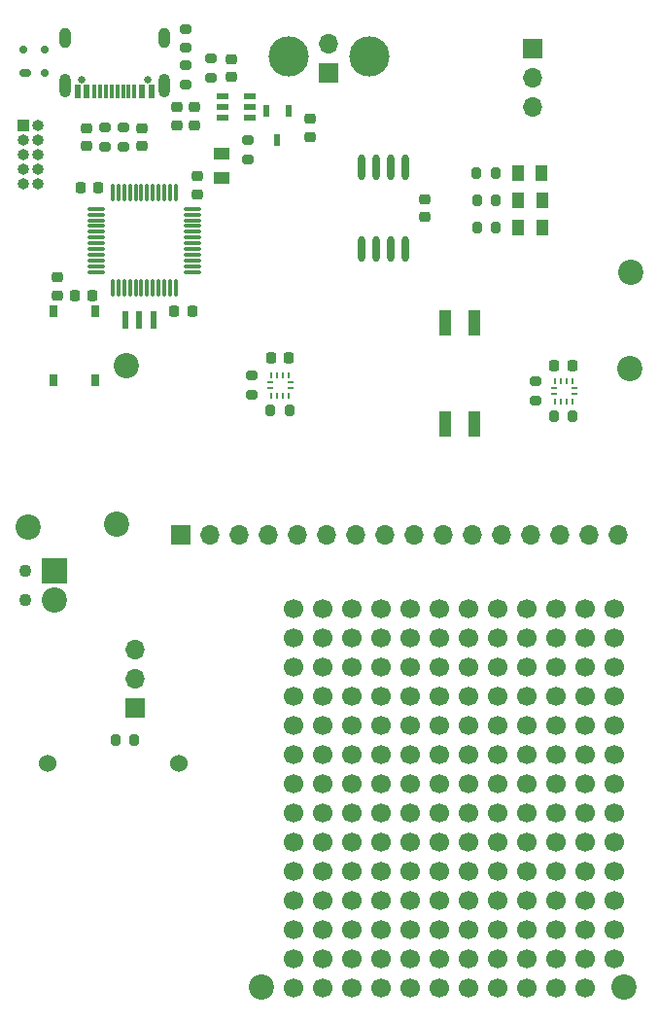
<source format=gbr>
%TF.GenerationSoftware,KiCad,Pcbnew,8.0.8*%
%TF.CreationDate,2025-01-27T11:12:39+01:00*%
%TF.ProjectId,ares-parachute-board,61726573-2d70-4617-9261-63687574652d,rev?*%
%TF.SameCoordinates,Original*%
%TF.FileFunction,Soldermask,Top*%
%TF.FilePolarity,Negative*%
%FSLAX46Y46*%
G04 Gerber Fmt 4.6, Leading zero omitted, Abs format (unit mm)*
G04 Created by KiCad (PCBNEW 8.0.8) date 2025-01-27 11:12:39*
%MOMM*%
%LPD*%
G01*
G04 APERTURE LIST*
G04 Aperture macros list*
%AMRoundRect*
0 Rectangle with rounded corners*
0 $1 Rounding radius*
0 $2 $3 $4 $5 $6 $7 $8 $9 X,Y pos of 4 corners*
0 Add a 4 corners polygon primitive as box body*
4,1,4,$2,$3,$4,$5,$6,$7,$8,$9,$2,$3,0*
0 Add four circle primitives for the rounded corners*
1,1,$1+$1,$2,$3*
1,1,$1+$1,$4,$5*
1,1,$1+$1,$6,$7*
1,1,$1+$1,$8,$9*
0 Add four rect primitives between the rounded corners*
20,1,$1+$1,$2,$3,$4,$5,0*
20,1,$1+$1,$4,$5,$6,$7,0*
20,1,$1+$1,$6,$7,$8,$9,0*
20,1,$1+$1,$8,$9,$2,$3,0*%
G04 Aperture macros list end*
%ADD10R,1.700000X1.700000*%
%ADD11O,1.700000X1.700000*%
%ADD12C,1.700000*%
%ADD13C,3.500000*%
%ADD14RoundRect,0.225000X0.250000X-0.225000X0.250000X0.225000X-0.250000X0.225000X-0.250000X-0.225000X0*%
%ADD15RoundRect,0.200000X0.275000X-0.200000X0.275000X0.200000X-0.275000X0.200000X-0.275000X-0.200000X0*%
%ADD16C,2.200000*%
%ADD17R,0.280000X0.500000*%
%ADD18R,0.500000X0.280000*%
%ADD19RoundRect,0.225000X0.225000X0.250000X-0.225000X0.250000X-0.225000X-0.250000X0.225000X-0.250000X0*%
%ADD20R,0.750000X1.000000*%
%ADD21RoundRect,0.175000X0.325000X-0.175000X0.325000X0.175000X-0.325000X0.175000X-0.325000X-0.175000X0*%
%ADD22RoundRect,0.150000X0.150000X-0.200000X0.150000X0.200000X-0.150000X0.200000X-0.150000X-0.200000X0*%
%ADD23R,0.500000X1.500000*%
%ADD24RoundRect,0.200000X-0.275000X0.200000X-0.275000X-0.200000X0.275000X-0.200000X0.275000X0.200000X0*%
%ADD25RoundRect,0.200000X0.200000X0.275000X-0.200000X0.275000X-0.200000X-0.275000X0.200000X-0.275000X0*%
%ADD26C,1.100000*%
%ADD27R,2.200000X2.200000*%
%ADD28O,0.630000X2.250000*%
%ADD29RoundRect,0.225000X-0.250000X0.225000X-0.250000X-0.225000X0.250000X-0.225000X0.250000X0.225000X0*%
%ADD30RoundRect,0.225000X-0.225000X-0.250000X0.225000X-0.250000X0.225000X0.250000X-0.225000X0.250000X0*%
%ADD31R,0.600000X1.070000*%
%ADD32R,1.100000X2.200000*%
%ADD33R,1.400000X1.000000*%
%ADD34RoundRect,0.075000X0.075000X-0.662500X0.075000X0.662500X-0.075000X0.662500X-0.075000X-0.662500X0*%
%ADD35RoundRect,0.075000X0.662500X-0.075000X0.662500X0.075000X-0.662500X0.075000X-0.662500X-0.075000X0*%
%ADD36C,0.650000*%
%ADD37O,1.000000X2.100000*%
%ADD38O,1.000000X1.800000*%
%ADD39R,0.600000X1.150000*%
%ADD40R,0.300000X1.150000*%
%ADD41R,1.000000X1.400000*%
%ADD42R,1.000000X1.000000*%
%ADD43O,1.000000X1.000000*%
%ADD44R,1.040000X0.530000*%
%ADD45C,1.524000*%
%ADD46RoundRect,0.200000X-0.200000X-0.275000X0.200000X-0.275000X0.200000X0.275000X-0.200000X0.275000X0*%
G04 APERTURE END LIST*
D10*
%TO.C,J1*%
X15580006Y42000008D03*
D11*
X18120006Y42000008D03*
X20660006Y42000008D03*
X23200006Y42000008D03*
X25740006Y42000008D03*
X28280006Y42000008D03*
X30820006Y42000008D03*
X33360006Y42000008D03*
X35900006Y42000008D03*
X38440006Y42000008D03*
X40980006Y42000008D03*
X43520006Y42000008D03*
X46060006Y42000008D03*
X48600006Y42000008D03*
X51140006Y42000008D03*
X53680006Y42000008D03*
%TD*%
D12*
%TO.C, *%
X33020006Y35560008D03*
%TD*%
%TO.C, *%
X35560006Y35560008D03*
%TD*%
%TO.C, *%
X38100006Y35560008D03*
%TD*%
%TO.C, *%
X40640006Y35560008D03*
%TD*%
%TO.C, *%
X43180006Y35560008D03*
%TD*%
%TO.C, *%
X45720006Y35560008D03*
%TD*%
%TO.C, *%
X48260006Y35560008D03*
%TD*%
%TO.C, *%
X50800006Y35560008D03*
%TD*%
%TO.C, *%
X53340006Y35560008D03*
%TD*%
%TO.C, *%
X33020006Y33020008D03*
%TD*%
%TO.C, *%
X35560006Y33020008D03*
%TD*%
%TO.C, *%
X38100006Y33020008D03*
%TD*%
%TO.C, *%
X40640006Y33020008D03*
%TD*%
%TO.C, *%
X43180006Y33020008D03*
%TD*%
%TO.C, *%
X45720006Y33020008D03*
%TD*%
%TO.C, *%
X48260006Y33020008D03*
%TD*%
%TO.C, *%
X50800006Y33020008D03*
%TD*%
%TO.C, *%
X53340006Y33020008D03*
%TD*%
%TO.C, *%
X33020006Y30480008D03*
%TD*%
%TO.C, *%
X35560006Y30480008D03*
%TD*%
%TO.C, *%
X38100006Y30480008D03*
%TD*%
%TO.C, *%
X40640006Y30480008D03*
%TD*%
%TO.C, *%
X43180006Y30480008D03*
%TD*%
%TO.C, *%
X45720006Y30480008D03*
%TD*%
%TO.C, *%
X48260006Y30480008D03*
%TD*%
%TO.C, *%
X50800006Y30480008D03*
%TD*%
%TO.C, *%
X53340006Y30480008D03*
%TD*%
%TO.C, *%
X33020006Y27940008D03*
%TD*%
%TO.C, *%
X35560006Y27940008D03*
%TD*%
%TO.C, *%
X38100006Y27940008D03*
%TD*%
%TO.C, *%
X40640006Y27940008D03*
%TD*%
%TO.C, *%
X43180006Y27940008D03*
%TD*%
%TO.C, *%
X45720006Y27940008D03*
%TD*%
%TO.C, *%
X48260006Y27940008D03*
%TD*%
%TO.C, *%
X50800006Y27940008D03*
%TD*%
%TO.C, *%
X53340006Y27940008D03*
%TD*%
%TO.C, *%
X33020006Y25400008D03*
%TD*%
%TO.C, *%
X35560006Y25400008D03*
%TD*%
%TO.C, *%
X38100006Y25400008D03*
%TD*%
%TO.C, *%
X40640006Y25400008D03*
%TD*%
%TO.C, *%
X43180006Y25400008D03*
%TD*%
%TO.C, *%
X45720006Y25400008D03*
%TD*%
%TO.C, *%
X48260006Y25400008D03*
%TD*%
%TO.C, *%
X50800006Y25400008D03*
%TD*%
%TO.C, *%
X53340006Y25400008D03*
%TD*%
%TO.C, *%
X33020006Y22860008D03*
%TD*%
%TO.C, *%
X35560006Y22860008D03*
%TD*%
%TO.C, *%
X38100006Y22860008D03*
%TD*%
%TO.C, *%
X40640006Y22860008D03*
%TD*%
%TO.C, *%
X43180006Y22860008D03*
%TD*%
%TO.C, *%
X45720006Y22860008D03*
%TD*%
%TO.C, *%
X48260006Y22860008D03*
%TD*%
%TO.C, *%
X50800006Y22860008D03*
%TD*%
%TO.C, *%
X53340006Y22860008D03*
%TD*%
%TO.C, *%
X33020006Y20320008D03*
%TD*%
%TO.C, *%
X35560006Y20320008D03*
%TD*%
%TO.C, *%
X38100006Y20320008D03*
%TD*%
%TO.C, *%
X40640006Y20320008D03*
%TD*%
%TO.C, *%
X43180006Y20320008D03*
%TD*%
%TO.C, *%
X45720006Y20320008D03*
%TD*%
%TO.C, *%
X48260006Y20320008D03*
%TD*%
%TO.C, *%
X50800006Y20320008D03*
%TD*%
%TO.C, *%
X53340006Y20320008D03*
%TD*%
%TO.C, *%
X33020006Y17780008D03*
%TD*%
%TO.C, *%
X35560006Y17780008D03*
%TD*%
%TO.C, *%
X38100006Y17780008D03*
%TD*%
%TO.C, *%
X40640006Y17780008D03*
%TD*%
%TO.C, *%
X43180006Y17780008D03*
%TD*%
%TO.C, *%
X45720006Y17780008D03*
%TD*%
%TO.C, *%
X48260006Y17780008D03*
%TD*%
%TO.C, *%
X50800006Y17780008D03*
%TD*%
%TO.C, *%
X53340006Y17780008D03*
%TD*%
%TO.C, *%
X33020006Y15240008D03*
%TD*%
%TO.C, *%
X35560006Y15240008D03*
%TD*%
%TO.C, *%
X38100006Y15240008D03*
%TD*%
%TO.C, *%
X40640006Y15240008D03*
%TD*%
%TO.C, *%
X43180006Y15240008D03*
%TD*%
%TO.C, *%
X45720006Y15240008D03*
%TD*%
%TO.C, *%
X48260006Y15240008D03*
%TD*%
%TO.C, *%
X50800006Y15240008D03*
%TD*%
%TO.C, *%
X53340006Y15240008D03*
%TD*%
%TO.C, *%
X33020006Y12700008D03*
%TD*%
%TO.C, *%
X35560006Y12700008D03*
%TD*%
%TO.C, *%
X38100006Y12700008D03*
%TD*%
%TO.C, *%
X40640006Y12700008D03*
%TD*%
%TO.C, *%
X43180006Y12700008D03*
%TD*%
%TO.C, *%
X45720006Y12700008D03*
%TD*%
%TO.C, *%
X48260006Y12700008D03*
%TD*%
%TO.C, *%
X50800006Y12700008D03*
%TD*%
%TO.C, *%
X53340006Y12700008D03*
%TD*%
%TO.C, *%
X33020006Y10160008D03*
%TD*%
%TO.C, *%
X35560006Y10160008D03*
%TD*%
%TO.C, *%
X38100006Y10160008D03*
%TD*%
%TO.C, *%
X40640006Y10160008D03*
%TD*%
%TO.C, *%
X43180006Y10160008D03*
%TD*%
%TO.C, *%
X45720006Y10160008D03*
%TD*%
%TO.C, *%
X48260006Y10160008D03*
%TD*%
%TO.C, *%
X50800006Y10160008D03*
%TD*%
%TO.C, *%
X53340006Y10160008D03*
%TD*%
%TO.C, *%
X33020006Y7620008D03*
%TD*%
%TO.C, *%
X35560006Y7620008D03*
%TD*%
%TO.C, *%
X38100006Y7620008D03*
%TD*%
%TO.C, *%
X40640006Y7620008D03*
%TD*%
%TO.C, *%
X43180006Y7620008D03*
%TD*%
%TO.C, *%
X45720006Y7620008D03*
%TD*%
%TO.C, *%
X48260006Y7620008D03*
%TD*%
%TO.C, *%
X50800006Y7620008D03*
%TD*%
%TO.C, *%
X53340006Y7620008D03*
%TD*%
%TO.C, *%
X33020006Y5080008D03*
%TD*%
%TO.C, *%
X35560006Y5080008D03*
%TD*%
%TO.C, *%
X38100006Y5080008D03*
%TD*%
%TO.C, *%
X40640006Y5080008D03*
%TD*%
%TO.C, *%
X43180006Y5080008D03*
%TD*%
%TO.C, *%
X45720006Y5080008D03*
%TD*%
%TO.C, *%
X48260006Y5080008D03*
%TD*%
%TO.C, *%
X50800006Y5080008D03*
%TD*%
%TO.C, *%
X53340006Y5080008D03*
%TD*%
%TO.C, *%
X33020006Y2540008D03*
%TD*%
%TO.C, *%
X35560006Y2540008D03*
%TD*%
%TO.C, *%
X38100006Y2540008D03*
%TD*%
%TO.C, *%
X40640006Y2540008D03*
%TD*%
%TO.C, *%
X43180006Y2540008D03*
%TD*%
%TO.C, *%
X45720006Y2540008D03*
%TD*%
%TO.C, *%
X48260006Y2540008D03*
%TD*%
%TO.C, *%
X50800006Y2540008D03*
%TD*%
D13*
%TO.C,REF\u002A\u002A*%
X25000006Y83600008D03*
%TD*%
D10*
%TO.C,J3*%
X28429006Y82203008D03*
D11*
X28429006Y84743008D03*
%TD*%
D13*
%TO.C,REF\u002A\u002A*%
X31985006Y83586008D03*
%TD*%
D14*
%TO.C,C1*%
X12200006Y75825008D03*
X12200006Y77375008D03*
%TD*%
D12*
%TO.C, *%
X25400006Y15240008D03*
%TD*%
D10*
%TO.C,J5*%
X46225006Y84325008D03*
D11*
X46225006Y81785008D03*
X46225006Y79245008D03*
%TD*%
D15*
%TO.C,R5*%
X16000006Y81175008D03*
X16000006Y82825008D03*
%TD*%
D12*
%TO.C, *%
X27940006Y10160008D03*
%TD*%
D16*
%TO.C,REF\u002A\u002A*%
X2300006Y42600008D03*
%TD*%
D17*
%TO.C,U7*%
X48200006Y53600008D03*
X48700006Y53600008D03*
X49200006Y53600008D03*
X49700006Y53600008D03*
D18*
X49830006Y54230008D03*
X49830006Y54730008D03*
D17*
X49700006Y55360008D03*
X49200006Y55360008D03*
X48700006Y55360008D03*
X48200006Y55360008D03*
D18*
X48070006Y54730008D03*
X48070006Y54230008D03*
%TD*%
D19*
%TO.C,C15*%
X7875006Y62800008D03*
X6325006Y62800008D03*
%TD*%
D14*
%TO.C,C12*%
X17000006Y71625008D03*
X17000006Y73175008D03*
%TD*%
D20*
%TO.C,SW1*%
X4450006Y55400008D03*
X4450006Y61400008D03*
X8150006Y55400008D03*
X8150006Y61400008D03*
%TD*%
D16*
%TO.C,REF\u002A\u002A*%
X54800006Y64800008D03*
%TD*%
D12*
%TO.C, *%
X27940006Y7620008D03*
%TD*%
%TO.C, *%
X25400006Y27940008D03*
%TD*%
D14*
%TO.C,C6*%
X7400006Y75825008D03*
X7400006Y77375008D03*
%TD*%
D16*
%TO.C,REF\u002A\u002A*%
X54200006Y2600008D03*
%TD*%
D14*
%TO.C,C3*%
X20000006Y81825008D03*
X20000006Y83375008D03*
%TD*%
D12*
%TO.C, *%
X30480006Y12700008D03*
%TD*%
D17*
%TO.C,U5*%
X23475006Y54085008D03*
X23975006Y54085008D03*
X24475006Y54085008D03*
X24975006Y54085008D03*
D18*
X25105006Y54715008D03*
X25105006Y55215008D03*
D17*
X24975006Y55845008D03*
X24475006Y55845008D03*
X23975006Y55845008D03*
X23475006Y55845008D03*
D18*
X23345006Y55215008D03*
X23345006Y54715008D03*
%TD*%
D12*
%TO.C, *%
X27940006Y22860008D03*
%TD*%
%TO.C, *%
X27940006Y20320008D03*
%TD*%
%TO.C, *%
X25400006Y30480008D03*
%TD*%
%TO.C, *%
X27940006Y30480008D03*
%TD*%
%TO.C, *%
X30480006Y20320008D03*
%TD*%
D21*
%TO.C,U3*%
X2050006Y82200008D03*
D22*
X3750006Y82200008D03*
X3750006Y84200008D03*
X1850006Y84200008D03*
%TD*%
D23*
%TO.C,X1*%
X10770006Y60700008D03*
X11970006Y60700008D03*
X13170006Y60700008D03*
%TD*%
D24*
%TO.C,R7*%
X21800006Y55825008D03*
X21800006Y54175008D03*
%TD*%
D25*
%TO.C,R12*%
X43000006Y73500008D03*
X41350006Y73500008D03*
%TD*%
D12*
%TO.C, *%
X27940006Y2540008D03*
%TD*%
%TO.C, *%
X25400006Y17780008D03*
%TD*%
%TO.C, *%
X27940006Y27940008D03*
%TD*%
D14*
%TO.C,C7*%
X36800006Y69625008D03*
X36800006Y71175008D03*
%TD*%
D12*
%TO.C, *%
X30480006Y22860008D03*
%TD*%
%TO.C, *%
X30480006Y25400008D03*
%TD*%
%TO.C, *%
X25400006Y10160008D03*
%TD*%
%TO.C, *%
X25400006Y12700008D03*
%TD*%
D26*
%TO.C,J6*%
X2060006Y38870008D03*
X2060006Y36330008D03*
D27*
X4600006Y38870008D03*
D16*
X4600006Y36330008D03*
%TD*%
D28*
%TO.C,U4*%
X35110006Y73930008D03*
X33830006Y73930008D03*
X32570006Y73930008D03*
X31300006Y73930008D03*
X31300006Y66870008D03*
X32570006Y66870008D03*
X33830006Y66870008D03*
X35110006Y66870008D03*
%TD*%
D12*
%TO.C, *%
X30480006Y17780008D03*
%TD*%
D29*
%TO.C,C5*%
X16800006Y79175008D03*
X16800006Y77625008D03*
%TD*%
D16*
%TO.C,REF\u002A\u002A*%
X10000006Y42900008D03*
%TD*%
D14*
%TO.C,C2*%
X26800006Y76625008D03*
X26800006Y78175008D03*
%TD*%
D30*
%TO.C,C9*%
X23425006Y57400008D03*
X24975006Y57400008D03*
%TD*%
D24*
%TO.C,R4*%
X18200006Y83425008D03*
X18200006Y81775008D03*
%TD*%
D12*
%TO.C, *%
X30480006Y7620008D03*
%TD*%
%TO.C, *%
X30480006Y33020008D03*
%TD*%
D30*
%TO.C,C16*%
X48125006Y56695008D03*
X49675006Y56695008D03*
%TD*%
D12*
%TO.C, *%
X25400006Y33020008D03*
%TD*%
D16*
%TO.C,REF\u002A\u002A*%
X54700006Y56400008D03*
%TD*%
D10*
%TO.C,JP1*%
X11575006Y26875008D03*
D11*
X11575006Y29415008D03*
X11575006Y31955008D03*
%TD*%
D16*
%TO.C,REF\u002A\u002A*%
X10800006Y56700008D03*
%TD*%
D19*
%TO.C,C11*%
X8375006Y72200008D03*
X6825006Y72200008D03*
%TD*%
D12*
%TO.C, *%
X30480006Y30480008D03*
%TD*%
%TO.C, *%
X30480006Y15240008D03*
%TD*%
D29*
%TO.C,C14*%
X4800006Y64375008D03*
X4800006Y62825008D03*
%TD*%
D31*
%TO.C,U1*%
X24950006Y78840008D03*
X23050006Y78840008D03*
X24000006Y76360008D03*
%TD*%
D32*
%TO.C,U8*%
X38630006Y51600008D03*
X41170006Y51600008D03*
X41170006Y60400008D03*
X38630006Y60400008D03*
%TD*%
D12*
%TO.C, *%
X25400006Y5080008D03*
%TD*%
D33*
%TO.C,LED1*%
X19100006Y75150008D03*
X19100006Y73050008D03*
%TD*%
D12*
%TO.C, *%
X30480006Y35560008D03*
%TD*%
%TO.C, *%
X25400006Y25400008D03*
%TD*%
D25*
%TO.C,R14*%
X43012506Y68700008D03*
X41362506Y68700008D03*
%TD*%
D34*
%TO.C,U6*%
X9650006Y63437508D03*
X10150006Y63437508D03*
X10650006Y63437508D03*
X11150006Y63437508D03*
X11650006Y63437508D03*
X12150006Y63437508D03*
X12650006Y63437508D03*
X13150006Y63437508D03*
X13650006Y63437508D03*
X14150006Y63437508D03*
X14650006Y63437508D03*
X15150006Y63437508D03*
D35*
X16562506Y64850008D03*
X16562506Y65350008D03*
X16562506Y65850008D03*
X16562506Y66350008D03*
X16562506Y66850008D03*
X16562506Y67350008D03*
X16562506Y67850008D03*
X16562506Y68350008D03*
X16562506Y68850008D03*
X16562506Y69350008D03*
X16562506Y69850008D03*
X16562506Y70350008D03*
D34*
X15150006Y71762508D03*
X14650006Y71762508D03*
X14150006Y71762508D03*
X13650006Y71762508D03*
X13150006Y71762508D03*
X12650006Y71762508D03*
X12150006Y71762508D03*
X11650006Y71762508D03*
X11150006Y71762508D03*
X10650006Y71762508D03*
X10150006Y71762508D03*
X9650006Y71762508D03*
D35*
X8237506Y70350008D03*
X8237506Y69850008D03*
X8237506Y69350008D03*
X8237506Y68850008D03*
X8237506Y68350008D03*
X8237506Y67850008D03*
X8237506Y67350008D03*
X8237506Y66850008D03*
X8237506Y66350008D03*
X8237506Y65850008D03*
X8237506Y65350008D03*
X8237506Y64850008D03*
%TD*%
D12*
%TO.C, *%
X27940006Y17780008D03*
%TD*%
%TO.C, *%
X25400006Y20320008D03*
%TD*%
%TO.C, *%
X27940006Y15240008D03*
%TD*%
%TO.C, *%
X30480006Y2540008D03*
%TD*%
D36*
%TO.C,USB1*%
X12690006Y81615008D03*
X6910006Y81615008D03*
D37*
X14120006Y81115008D03*
X5480006Y81115008D03*
D38*
X14120006Y85265008D03*
X5480006Y85265008D03*
D39*
X13000006Y80545008D03*
X12200006Y80545008D03*
D40*
X11050006Y80545008D03*
X10050006Y80545008D03*
X9550006Y80545008D03*
X11550006Y80545008D03*
D39*
X6600006Y80545008D03*
X7400006Y80545008D03*
D40*
X8050006Y80545008D03*
X9050006Y80545008D03*
X10550006Y80545008D03*
X8550006Y80545008D03*
%TD*%
D12*
%TO.C, *%
X25400006Y35560008D03*
%TD*%
D25*
%TO.C,R8*%
X25025006Y52800008D03*
X23375006Y52800008D03*
%TD*%
D24*
%TO.C,R6*%
X16000006Y86025008D03*
X16000006Y84375008D03*
%TD*%
D30*
%TO.C,C13*%
X15025006Y61400008D03*
X16575006Y61400008D03*
%TD*%
D24*
%TO.C,R10*%
X46500006Y55320008D03*
X46500006Y53670008D03*
%TD*%
D41*
%TO.C,LED2*%
X44925006Y73500008D03*
X47025006Y73500008D03*
%TD*%
D12*
%TO.C, *%
X25400006Y7620008D03*
%TD*%
%TO.C, *%
X30480006Y10160008D03*
%TD*%
D42*
%TO.C,J4*%
X1830006Y77640008D03*
D43*
X3100006Y77640008D03*
X1830006Y76370008D03*
X3100006Y76370008D03*
X1830006Y75100008D03*
X3100006Y75100008D03*
X1830006Y73830008D03*
X3100006Y73830008D03*
X1830006Y72560008D03*
X3100006Y72560008D03*
%TD*%
D44*
%TO.C,U2*%
X19250006Y80150008D03*
X19250006Y79200008D03*
X19250006Y78250008D03*
X21550006Y78250008D03*
X21550006Y79200008D03*
X21550006Y80150008D03*
%TD*%
D12*
%TO.C, *%
X25400006Y22860008D03*
%TD*%
D25*
%TO.C,R13*%
X43025006Y71100008D03*
X41375006Y71100008D03*
%TD*%
D41*
%TO.C,LED3*%
X44950006Y71100008D03*
X47050006Y71100008D03*
%TD*%
D25*
%TO.C,R11*%
X49725006Y52295008D03*
X48075006Y52295008D03*
%TD*%
D12*
%TO.C, *%
X27940006Y33020008D03*
%TD*%
%TO.C, *%
X30480006Y27940008D03*
%TD*%
%TO.C, *%
X25400006Y2540008D03*
%TD*%
D41*
%TO.C,LED4*%
X44937506Y68700008D03*
X47037506Y68700008D03*
%TD*%
D16*
%TO.C,REF\u002A\u002A*%
X22600006Y2600008D03*
%TD*%
D12*
%TO.C, *%
X27940006Y35560008D03*
%TD*%
D24*
%TO.C,R1*%
X10600006Y77425008D03*
X10600006Y75775008D03*
%TD*%
D45*
%TO.C,C17*%
X15450006Y22100008D03*
X3950006Y22100008D03*
%TD*%
D46*
%TO.C,R15*%
X9875006Y24100008D03*
X11525006Y24100008D03*
%TD*%
D29*
%TO.C,C4*%
X15200006Y79175008D03*
X15200006Y77625008D03*
%TD*%
D12*
%TO.C, *%
X27940006Y5080008D03*
%TD*%
%TO.C, *%
X27940006Y25400008D03*
%TD*%
D24*
%TO.C,R2*%
X9000006Y77425008D03*
X9000006Y75775008D03*
%TD*%
D12*
%TO.C, *%
X30480006Y5080008D03*
%TD*%
D24*
%TO.C,R3*%
X21400006Y76325008D03*
X21400006Y74675008D03*
%TD*%
D12*
%TO.C, *%
X27940006Y12700008D03*
%TD*%
M02*

</source>
